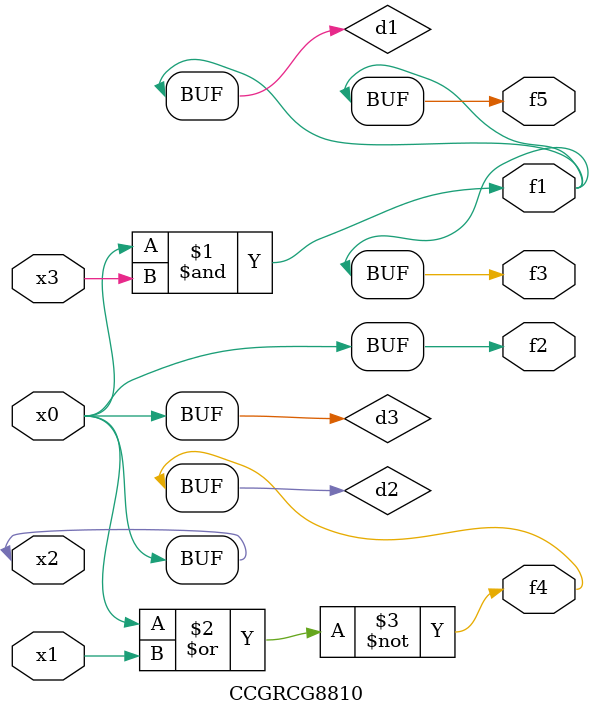
<source format=v>
module CCGRCG8810(
	input x0, x1, x2, x3,
	output f1, f2, f3, f4, f5
);

	wire d1, d2, d3;

	and (d1, x2, x3);
	nor (d2, x0, x1);
	buf (d3, x0, x2);
	assign f1 = d1;
	assign f2 = d3;
	assign f3 = d1;
	assign f4 = d2;
	assign f5 = d1;
endmodule

</source>
